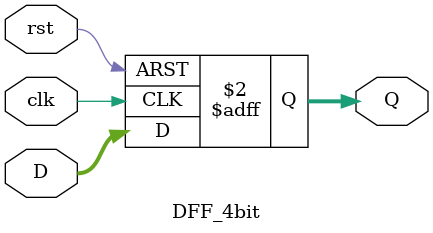
<source format=v>
module DFF_4bit (
  input [3:0] D,    // 4-bit data input
  input clk,        // Clock input
  input rst,        // Reset input
  output reg [3:0] Q // 4-bit output
);

// Sequential logic for D flip-flop
always @(posedge clk or posedge rst) begin
  if (rst)            // Reset condition
    Q <= 4'b0000;     // Reset output to 0000
  else
    Q <= D;           // Update output with input D on clock edge
end

endmodule

</source>
